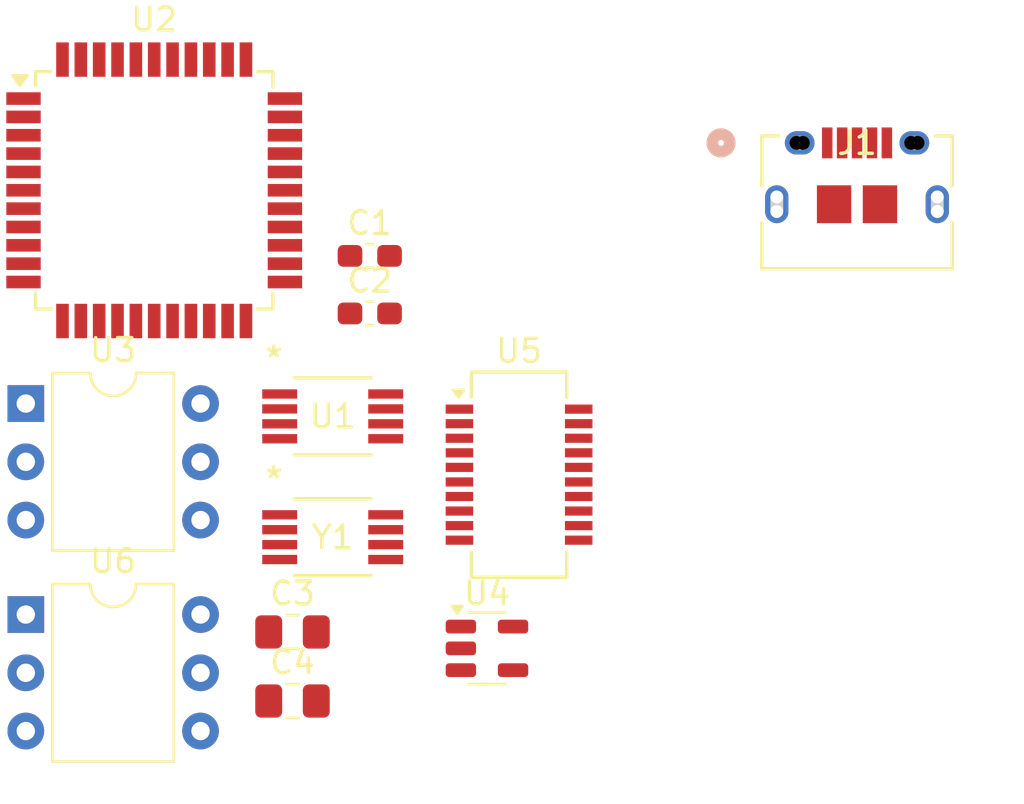
<source format=kicad_pcb>
(kicad_pcb (version 20240225) (generator "pcbnew") (generator_version "8.99")
  (layers (0 "F.Cu" signal) (31 "B.Cu" signal) (34 "B.Paste" user) (35 "F.Paste" user) (36 "B.SilkS" user "B.Silkscreen") (37 "F.SilkS" user "F.Silkscreen") (38 "B.Mask" user) (39 "F.Mask" user) (44 "Edge.Cuts" user))
  (net 0 "")
  (net 1 "Net-(U4-EN)")
  (net 2 "GND")
  (net 3 "Net-(U4-VOUT)")
  (net 4 "Net-(U2-XTAL1)")
  (net 5 "Net-(U2-XTAL2)")
  (net 15 "Net-(U2-PD2)")
  (net 33 "Net-(U2-PD3)")
  (net 37 "Net-(U2-PD4)")
  (net 38 "Net-(U2-PA1)")
  (net 39 "Net-(U2-VCC-Pad17)")
  (net 43 "Servo_PWM")
  (net 44 "Net-(U2-PB0)")
  (net 47 "Net-(BZ1-+)")
  (net 51 "Net-(R1-Pad1)")
  (footprint "Capacitor_SMD:C_0805_2012Metric_Pad1.18x1.45mm_HandSolder" (layer "F.Cu") (at 184.4825 98.735)
    (property "Reference" "C3" (at 0 -1.68 0) (layer "F.SilkS"))
    (property "Value" "22p")
    (fp_line (start -0.261252 -0.735) (end 0.261252 -0.735) (stroke (width 0.12)) (layer "F.SilkS"))
    (fp_line (start -0.261252 0.735) (end 0.261252 0.735) (stroke (width 0.12)) (layer "F.SilkS"))
    (pad "1" smd roundrect (at -1.0375 0) (size 1.175 1.45) (layers "F.Cu" "F.Paste" "F.Mask") (roundrect_rratio 0.212766) (net 4 "Net-(U2-XTAL1)"))
    (pad "2" smd roundrect (at 1.0375 0) (size 1.175 1.45) (layers "F.Cu" "F.Paste" "F.Mask") (roundrect_rratio 0.212766) (net 2 "GND"))
  )
  (footprint "Capacitor_SMD:C_0603_1608Metric_Pad1.08x0.95mm_HandSolder" (layer "F.Cu") (at 187.8525 82.335)
    (property "Reference" "C1" (at 0 -1.43 0) (layer "F.SilkS"))
    (property "Value" "1u")
    (fp_line (start -0.146267 -0.51) (end 0.146267 -0.51) (stroke (width 0.12)) (layer "F.SilkS"))
    (fp_line (start -0.146267 0.51) (end 0.146267 0.51) (stroke (width 0.12)) (layer "F.SilkS"))
    (pad "1" smd roundrect (at -0.8625 0) (size 1.075 0.95) (layers "F.Cu" "F.Paste" "F.Mask") (net 1 "Net-(U4-EN)"))
    (pad "2" smd roundrect (at 0.8625 0) (size 1.075 0.95) (layers "F.Cu" "F.Paste" "F.Mask") (net 2 "GND"))
  )
  (footprint "localparts:21-0041B_8_MXM-M" (layer "F.Cu") (at 186.2351 94.6008)
    (property "Reference" "Y1" (at 0 0 0) (layer "F.SilkS"))
    (property "Value" "Crystal")
    (fp_line (start -1.6764 1.6764) (end 1.6764 1.6764) (stroke (width 0.1524)) (layer "F.SilkS"))
    (fp_line (start 1.6764 -1.6764) (end -1.6764 -1.6764) (stroke (width 0.1524)) (layer "F.SilkS"))
    (fp_text user "*" (at -2.5654 -2.5244 0) (layer "F.SilkS"))
    (fp_text user "*" (at -2.5654 -2.5244 0) (layer "F.SilkS"))
    (pad "1" smd rect (at -2.3114 -0.974999) (size 1.524 0.4064) (layers "F.Cu" "F.Paste" "F.Mask") (net 4 "Net-(U2-XTAL1)"))
    (pad "2" smd rect (at -2.3114 -0.325001) (size 1.524 0.4064) (layers "F.Cu" "F.Paste" "F.Mask") (net 5 "Net-(U2-XTAL2)"))
    (pad "3" smd rect (at -2.3114 0.325001) (size 1.524 0.4064) (layers "F.Cu" "F.Paste" "F.Mask"))
    (pad "4" smd rect (at -2.3114 0.974999) (size 1.524 0.4064) (layers "F.Cu" "F.Paste" "F.Mask"))
    (pad "5" smd rect (at 2.3114 0.974999) (size 1.524 0.4064) (layers "F.Cu" "F.Paste" "F.Mask"))
    (pad "6" smd rect (at 2.3114 0.325001) (size 1.524 0.4064) (layers "F.Cu" "F.Paste" "F.Mask"))
    (pad "7" smd rect (at 2.3114 -0.325001) (size 1.524 0.4064) (layers "F.Cu" "F.Paste" "F.Mask"))
    (pad "8" smd rect (at 2.3114 -0.974999) (size 1.524 0.4064) (layers "F.Cu" "F.Paste" "F.Mask"))
  )
  (footprint "localparts:CONN_10118194-0001LF_AMP" (layer "F.Cu") (at 209.099999 80.001098)
    (property "Reference" "J1" (at 0 -2.593599 0) (layer "F.SilkS"))
    (property "Value" "10118194-0001LF")
    (fp_circle (center -5.9309 -2.593599) (end -5.5499 -2.593599) (stroke (width 0.508)) (fill none) (layer "B.SilkS"))
    (fp_line (start -4.1529 -2.895599) (end -4.1529 -0.72129) (stroke (width 0.1524)) (layer "F.SilkS"))
    (fp_line (start -4.1529 0.884094) (end -4.1529 2.8956) (stroke (width 0.1524)) (layer "F.SilkS"))
    (fp_line (start -4.1529 2.8956) (end 4.1529 2.8956) (stroke (width 0.1524)) (layer "F.SilkS"))
    (fp_line (start -3.423403 -2.895599) (end -4.1529 -2.895599) (stroke (width 0.1524)) (layer "F.SilkS"))
    (fp_line (start 4.1529 -2.895599) (end 3.423403 -2.895599) (stroke (width 0.1524)) (layer "F.SilkS"))
    (fp_line (start 4.1529 -0.72129) (end 4.1529 -2.895599) (stroke (width 0.1524)) (layer "F.SilkS"))
    (fp_line (start 4.1529 2.8956) (end 4.1529 0.884094) (stroke (width 0.1524)) (layer "F.SilkS"))
    (fp_circle (center -5.9309 -2.593599) (end -5.5499 -2.593599) (stroke (width 0.508)) (fill none) (layer "F.SilkS"))
    (fp_line (start -3.5 0.398902) (end -3.5 -0.236098) (stroke (width 0.5588)) (layer "Edge.Cuts"))
    (fp_line (start -2.6397 -2.593599) (end -2.3603 -2.593599) (stroke (width 0.6096)) (layer "Edge.Cuts"))
    (fp_line (start 2.3603 -2.593599) (end 2.6397 -2.593599) (stroke (width 0.6096)) (layer "Edge.Cuts"))
    (fp_line (start 3.500001 0.398902) (end 3.500001 -0.236098) (stroke (width 0.5588)) (layer "Edge.Cuts"))
    (pad "" np_thru_hole circle (at -3.5 -0.236098) (size 0.5588 0.5588) (drill 0.5588) (layers "*.Cu" "*.Mask"))
    (pad "" np_thru_hole circle (at -3.5 0.398902) (size 0.5588 0.5588) (drill 0.5588) (layers "*.Cu" "*.Mask"))
    (pad "" np_thru_hole circle (at -2.6397 -2.593599) (size 0.6096 0.6096) (drill 0.6096) (layers))
    (pad "" np_thru_hole circle (at -2.3603 -2.593599) (size 0.6096 0.6096) (drill 0.6096) (layers))
    (pad "" np_thru_hole circle (at 2.3603 -2.593599) (size 0.6096 0.6096) (drill 0.6096) (layers))
    (pad "" np_thru_hole circle (at 2.6397 -2.593599) (size 0.6096 0.6096) (drill 0.6096) (layers))
    (pad "" np_thru_hole circle (at 3.500001 -0.236098) (size 0.5588 0.5588) (drill 0.5588) (layers "*.Cu" "*.Mask"))
    (pad "" np_thru_hole circle (at 3.500001 0.398902) (size 0.5588 0.5588) (drill 0.5588) (layers "*.Cu" "*.Mask"))
    (pad "1" smd rect (at -1.3 -2.593599) (size 0.4572 1.3462) (layers "F.Cu" "F.Paste" "F.Mask"))
    (pad "2" smd rect (at -0.649999 -2.593599) (size 0.4572 1.3462) (layers "F.Cu" "F.Paste" "F.Mask"))
    (pad "3" smd rect (at 0 -2.593599) (size 0.4572 1.3462) (layers "F.Cu" "F.Paste" "F.Mask"))
    (pad "4" smd rect (at 0.649999 -2.593599) (size 0.4572 1.3462) (layers "F.Cu" "F.Paste" "F.Mask"))
    (pad "5" smd rect (at 1.3 -2.593599) (size 0.4572 1.3462) (layers "F.Cu" "F.Paste" "F.Mask"))
    (pad "10" smd rect (at -1.000001 0.081402) (size 1.4986 1.651) (layers "F.Cu" "F.Paste" "F.Mask"))
    (pad "11" smd rect (at 1.000001 0.081402) (size 1.4986 1.651) (layers "F.Cu" "F.Paste" "F.Mask"))
    (pad "S_1" thru_hole oval (at -3.5 0.081402 90) (size 1.651 1.016) (drill 0.0254) (layers "*.Cu" "*.Mask"))
    (pad "S_2" thru_hole oval (at 3.500001 0.081402 90) (size 1.651 1.016) (drill 0.0254) (layers "*.Cu" "*.Mask"))
    (pad "S_3" thru_hole oval (at -2.5 -2.593599) (size 1.2954 1.016) (drill 0.0254) (layers "*.Cu" "*.Mask"))
    (pad "S_4" thru_hole oval (at 2.5 -2.593599) (size 1.2954 1.016) (drill 0.0254) (layers "*.Cu" "*.Mask"))
  )
  (footprint "Capacitor_SMD:C_0603_1608Metric_Pad1.08x0.95mm_HandSolder" (layer "F.Cu") (at 187.8525 84.845)
    (property "Reference" "C2" (at 0 -1.43 0) (layer "F.SilkS"))
    (property "Value" "1u")
    (fp_line (start -0.146267 -0.51) (end 0.146267 -0.51) (stroke (width 0.12)) (layer "F.SilkS"))
    (fp_line (start -0.146267 0.51) (end 0.146267 0.51) (stroke (width 0.12)) (layer "F.SilkS"))
    (pad "1" smd roundrect (at -0.8625 0) (size 1.075 0.95) (layers "F.Cu" "F.Paste" "F.Mask") (net 3 "Net-(U4-VOUT)"))
    (pad "2" smd roundrect (at 0.8625 0) (size 1.075 0.95) (layers "F.Cu" "F.Paste" "F.Mask") (net 2 "GND"))
  )
  (footprint "Package_TO_SOT_SMD:SOT-23-5" (layer "F.Cu") (at 192.9625 99.45)
    (property "Reference" "U4" (at 0 -2.4 0) (layer "F.SilkS"))
    (property "Value" "MIC5317-3.3xM5")
    (fp_line (start 0 -1.56) (end -0.8 -1.56) (stroke (width 0.12)) (layer "F.SilkS"))
    (fp_line (start 0 -1.56) (end 0.8 -1.56) (stroke (width 0.12)) (layer "F.SilkS"))
    (fp_line (start 0 1.56) (end -0.8 1.56) (stroke (width 0.12)) (layer "F.SilkS"))
    (fp_line (start 0 1.56) (end 0.8 1.56) (stroke (width 0.12)) (layer "F.SilkS"))
    (fp_poly (pts (xy -1.3 -1.51) (xy -1.54 -1.84) (xy -1.06 -1.84) (xy -1.3 -1.51)) (stroke (width 0.12)) (fill solid) (layer "F.SilkS"))
    (pad "1" smd roundrect (at -1.1375 -0.95) (size 1.325 0.6) (layers "F.Cu" "F.Paste" "F.Mask") (net 1 "Net-(U4-EN)"))
    (pad "2" smd roundrect (at -1.1375 0) (size 1.325 0.6) (layers "F.Cu" "F.Paste" "F.Mask") (net 2 "GND"))
    (pad "3" smd roundrect (at -1.1375 0.95) (size 1.325 0.6) (layers "F.Cu" "F.Paste" "F.Mask") (net 1 "Net-(U4-EN)"))
    (pad "4" smd roundrect (at 1.1375 0.95) (size 1.325 0.6) (layers "F.Cu" "F.Paste" "F.Mask"))
    (pad "5" smd roundrect (at 1.1375 -0.95) (size 1.325 0.6) (layers "F.Cu" "F.Paste" "F.Mask") (net 3 "Net-(U4-VOUT)"))
  )
  (footprint "Package_QFP:TQFP-44_10x10mm_P0.8mm" (layer "F.Cu") (at 178.4525 79.475)
    (property "Reference" "U2" (at 0 -7.45 0) (layer "F.SilkS"))
    (property "Value" "ATmega644PA-A")
    (fp_line (start -5.175 -5.175) (end -5.175 -4.56) (stroke (width 0.15)) (layer "F.SilkS"))
    (fp_line (start -5.175 -5.175) (end -4.5 -5.175) (stroke (width 0.15)) (layer "F.SilkS"))
    (fp_line (start -5.175 5.175) (end -5.175 4.5) (stroke (width 0.15)) (layer "F.SilkS"))
    (fp_line (start -5.175 5.175) (end -4.5 5.175) (stroke (width 0.15)) (layer "F.SilkS"))
    (fp_line (start 5.175 -5.175) (end 4.5 -5.175) (stroke (width 0.15)) (layer "F.SilkS"))
    (fp_line (start 5.175 -5.175) (end 5.175 -4.5) (stroke (width 0.15)) (layer "F.SilkS"))
    (fp_line (start 5.175 5.175) (end 4.5 5.175) (stroke (width 0.15)) (layer "F.SilkS"))
    (fp_line (start 5.175 5.175) (end 5.175 4.5) (stroke (width 0.15)) (layer "F.SilkS"))
    (fp_poly (pts (xy -5.86 -4.54) (xy -6.2 -5.01) (xy -5.52 -5.01) (xy -5.86 -4.54)) (stroke (width 0.12)) (fill solid) (layer "F.SilkS"))
    (pad "1" smd rect (at -5.7 -4) (size 1.5 0.55) (layers "F.Cu" "F.Paste" "F.Mask"))
    (pad "2" smd rect (at -5.7 -3.2) (size 1.5 0.55) (layers "F.Cu" "F.Paste" "F.Mask"))
    (pad "3" smd rect (at -5.7 -2.4) (size 1.5 0.55) (layers "F.Cu" "F.Paste" "F.Mask"))
    (pad "4" smd rect (at -5.7 -1.6) (size 1.5 0.55) (layers "F.Cu" "F.Paste" "F.Mask"))
    (pad "5" smd rect (at -5.7 -0.8) (size 1.5 0.55) (layers "F.Cu" "F.Paste" "F.Mask") (net 39 "Net-(U2-VCC-Pad17)"))
    (pad "6" smd rect (at -5.7 0) (size 1.5 0.55) (layers "F.Cu" "F.Paste" "F.Mask") (net 2 "GND"))
    (pad "7" smd rect (at -5.7 0.8) (size 1.5 0.55) (layers "F.Cu" "F.Paste" "F.Mask") (net 5 "Net-(U2-XTAL2)"))
    (pad "8" smd rect (at -5.7 1.6) (size 1.5 0.55) (layers "F.Cu" "F.Paste" "F.Mask") (net 4 "Net-(U2-XTAL1)"))
    (pad "9" smd rect (at -5.7 2.4) (size 1.5 0.55) (layers "F.Cu" "F.Paste" "F.Mask"))
    (pad "10" smd rect (at -5.7 3.2) (size 1.5 0.55) (layers "F.Cu" "F.Paste" "F.Mask"))
    (pad "11" smd rect (at -5.7 4) (size 1.5 0.55) (layers "F.Cu" "F.Paste" "F.Mask") (net 15 "Net-(U2-PD2)"))
    (pad "12" smd rect (at -4 5.7 90) (size 1.5 0.55) (layers "F.Cu" "F.Paste" "F.Mask") (net 33 "Net-(U2-PD3)"))
    (pad "13" smd rect (at -3.2 5.7 90) (size 1.5 0.55) (layers "F.Cu" "F.Paste" "F.Mask") (net 37 "Net-(U2-PD4)"))
    (pad "14" smd rect (at -2.4 5.7 90) (size 1.5 0.55) (layers "F.Cu" "F.Paste" "F.Mask") (net 47 "Net-(BZ1-+)"))
    (pad "15" smd rect (at -1.6 5.7 90) (size 1.5 0.55) (layers "F.Cu" "F.Paste" "F.Mask"))
    (pad "16" smd rect (at -0.8 5.7 90) (size 1.5 0.55) (layers "F.Cu" "F.Paste" "F.Mask"))
    (pad "17" smd rect (at 0 5.7 90) (size 1.5 0.55) (layers "F.Cu" "F.Paste" "F.Mask") (net 39 "Net-(U2-VCC-Pad17)"))
    (pad "18" smd rect (at 0.8 5.7 90) (size 1.5 0.55) (layers "F.Cu" "F.Paste" "F.Mask") (net 2 "GND"))
    (pad "19" smd rect (at 1.6 5.7 90) (size 1.5 0.55) (layers "F.Cu" "F.Paste" "F.Mask"))
    (pad "20" smd rect (at 2.4 5.7 90) (size 1.5 0.55) (layers "F.Cu" "F.Paste" "F.Mask"))
    (pad "21" smd rect (at 3.2 5.7 90) (size 1.5 0.55) (layers "F.Cu" "F.Paste" "F.Mask"))
    (pad "22" smd rect (at 4 5.7 90) (size 1.5 0.55) (layers "F.Cu" "F.Paste" "F.Mask"))
    (pad "23" smd rect (at 5.7 4) (size 1.5 0.55) (layers "F.Cu" "F.Paste" "F.Mask"))
    (pad "24" smd rect (at 5.7 3.2) (size 1.5 0.55) (layers "F.Cu" "F.Paste" "F.Mask"))
    (pad "25" smd rect (at 5.7 2.4) (size 1.5 0.55) (layers "F.Cu" "F.Paste" "F.Mask"))
    (pad "26" smd rect (at 5.7 1.6) (size 1.5 0.55) (layers "F.Cu" "F.Paste" "F.Mask"))
    (pad "27" smd rect (at 5.7 0.8) (size 1.5 0.55) (layers "F.Cu" "F.Paste" "F.Mask"))
    (pad "28" smd rect (at 5.7 0) (size 1.5 0.55) (layers "F.Cu" "F.Paste" "F.Mask") (net 2 "GND"))
    (pad "29" smd rect (at 5.7 -0.8) (size 1.5 0.55) (layers "F.Cu" "F.Paste" "F.Mask"))
    (pad "30" smd rect (at 5.7 -1.6) (size 1.5 0.55) (layers "F.Cu" "F.Paste" "F.Mask"))
    (pad "31" smd rect (at 5.7 -2.4) (size 1.5 0.55) (layers "F.Cu" "F.Paste" "F.Mask"))
    (pad "32" smd rect (at 5.7 -3.2) (size 1.5 0.55) (layers "F.Cu" "F.Paste" "F.Mask"))
    (pad "33" smd rect (at 5.7 -4) (size 1.5 0.55) (layers "F.Cu" "F.Paste" "F.Mask"))
    (pad "34" smd rect (at 4 -5.7 90) (size 1.5 0.55) (layers "F.Cu" "F.Paste" "F.Mask"))
    (pad "35" smd rect (at 3.2 -5.7 90) (size 1.5 0.55) (layers "F.Cu" "F.Paste" "F.Mask"))
    (pad "36" smd rect (at 2.4 -5.7 90) (size 1.5 0.55) (layers "F.Cu" "F.Paste" "F.Mask") (net 38 "Net-(U2-PA1)"))
    (pad "37" smd rect (at 1.6 -5.7 90) (size 1.5 0.55) (layers "F.Cu" "F.Paste" "F.Mask") (net 43 "Servo_PWM"))
    (pad "38" smd rect (at 0.8 -5.7 90) (size 1.5 0.55) (layers "F.Cu" "F.Paste" "F.Mask") (net 39 "Net-(U2-VCC-Pad17)"))
    (pad "39" smd rect (at 0 -5.7 90) (size 1.5 0.55) (layers "F.Cu" "F.Paste" "F.Mask") (net 2 "GND"))
    (pad "40" smd rect (at -0.8 -5.7 90) (size 1.5 0.55) (layers "F.Cu" "F.Paste" "F.Mask") (net 44 "Net-(U2-PB0)"))
    (pad "41" smd rect (at -1.6 -5.7 90) (size 1.5 0.55) (layers "F.Cu" "F.Paste" "F.Mask"))
    (pad "42" smd rect (at -2.4 -5.7 90) (size 1.5 0.55) (layers "F.Cu" "F.Paste" "F.Mask"))
    (pad "43" smd rect (at -3.2 -5.7 90) (size 1.5 0.55) (layers "F.Cu" "F.Paste" "F.Mask"))
    (pad "44" smd rect (at -4 -5.7 90) (size 1.5 0.55) (layers "F.Cu" "F.Paste" "F.Mask"))
  )
  (footprint "Package_DIP:DIP-6_W7.62mm" (layer "F.Cu") (at 172.8525 97.975)
    (property "Reference" "U6" (at 3.81 -2.33 0) (layer "F.SilkS"))
    (property "Value" "4N35")
    (fp_line (start 1.16 -1.33) (end 1.16 6.41) (stroke (width 0.12)) (layer "F.SilkS"))
    (fp_line (start 1.16 6.41) (end 6.46 6.41) (stroke (width 0.12)) (layer "F.SilkS"))
    (fp_line (start 2.81 -1.33) (end 1.16 -1.33) (stroke (width 0.12)) (layer "F.SilkS"))
    (fp_line (start 6.46 -1.33) (end 4.81 -1.33) (stroke (width 0.12)) (layer "F.SilkS"))
    (fp_line (start 6.46 6.41) (end 6.46 -1.33) (stroke (width 0.12)) (layer "F.SilkS"))
    (fp_arc (start 4.81 -1.33) (mid 3.81 -0.33) (end 2.81 -1.33) (stroke (width 0.12)) (layer "F.SilkS"))
    (pad "1" thru_hole rect (at 0 0) (size 1.6 1.6) (drill 0.8) (layers "*.Cu" "*.Mask"))
    (pad "2" thru_hole oval (at 0 2.54) (size 1.6 1.6) (drill 0.8) (layers "*.Cu" "*.Mask"))
    (pad "3" thru_hole oval (at 0 5.08) (size 1.6 1.6) (drill 0.8) (layers "*.Cu" "*.Mask"))
    (pad "4" thru_hole oval (at 7.62 5.08) (size 1.6 1.6) (drill 0.8) (layers "*.Cu" "*.Mask"))
    (pad "5" thru_hole oval (at 7.62 2.54) (size 1.6 1.6) (drill 0.8) (layers "*.Cu" "*.Mask"))
    (pad "6" thru_hole oval (at 7.62 0) (size 1.6 1.6) (drill 0.8) (layers "*.Cu" "*.Mask"))
  )
  (footprint "Package_SO:SSOP-20_3.9x8.7mm_P0.635mm" (layer "F.Cu") (at 194.3625 91.875)
    (property "Reference" "U5" (at 0 -5.4 0) (layer "F.SilkS"))
    (property "Value" "FT231XS")
    (fp_line (start -2.075 -4.475) (end 2.075 -4.475) (stroke (width 0.15)) (layer "F.SilkS"))
    (fp_line (start -2.075 -3.365) (end -2.075 -4.475) (stroke (width 0.15)) (layer "F.SilkS"))
    (fp_line (start -2.075 4.475) (end -2.075 3.365) (stroke (width 0.15)) (layer "F.SilkS"))
    (fp_line (start -2.075 4.475) (end 2.075 4.475) (stroke (width 0.15)) (layer "F.SilkS"))
    (fp_line (start 2.075 -4.475) (end 2.075 -3.365) (stroke (width 0.15)) (layer "F.SilkS"))
    (fp_line (start 2.075 4.475) (end 2.075 3.365) (stroke (width 0.15)) (layer "F.SilkS"))
    (fp_poly (pts (xy -2.6375 -3.365) (xy -2.8775 -3.695) (xy -2.3975 -3.695) (xy -2.6375 -3.365)) (stroke (width 0.12)) (fill solid) (layer "F.SilkS"))
    (pad "1" smd rect (at -2.6 -2.8575) (size 1.2 0.4) (layers "F.Cu" "F.Paste" "F.Mask"))
    (pad "2" smd rect (at -2.6 -2.2225) (size 1.2 0.4) (layers "F.Cu" "F.Paste" "F.Mask"))
    (pad "3" smd rect (at -2.6 -1.5875) (size 1.2 0.4) (layers "F.Cu" "F.Paste" "F.Mask"))
    (pad "4" smd rect (at -2.6 -0.9525) (size 1.2 0.4) (layers "F.Cu" "F.Paste" "F.Mask"))
    (pad "5" smd rect (at -2.6 -0.3175) (size 1.2 0.4) (layers "F.Cu" "F.Paste" "F.Mask"))
    (pad "6" smd rect (at -2.6 0.3175) (size 1.2 0.4) (layers "F.Cu" "F.Paste" "F.Mask"))
    (pad "7" smd rect (at -2.6 0.9525) (size 1.2 0.4) (layers "F.Cu" "F.Paste" "F.Mask"))
    (pad "8" smd rect (at -2.6 1.5875) (size 1.2 0.4) (layers "F.Cu" "F.Paste" "F.Mask"))
    (pad "9" smd rect (at -2.6 2.2225) (size 1.2 0.4) (layers "F.Cu" "F.Paste" "F.Mask"))
    (pad "10" smd rect (at -2.6 2.8575) (size 1.2 0.4) (layers "F.Cu" "F.Paste" "F.Mask"))
    (pad "11" smd rect (at 2.6 2.8575) (size 1.2 0.4) (layers "F.Cu" "F.Paste" "F.Mask"))
    (pad "12" smd rect (at 2.6 2.2225) (size 1.2 0.4) (layers "F.Cu" "F.Paste" "F.Mask"))
    (pad "13" smd rect (at 2.6 1.5875) (size 1.2 0.4) (layers "F.Cu" "F.Paste" "F.Mask"))
    (pad "14" smd rect (at 2.6 0.9525) (size 1.2 0.4) (layers "F.Cu" "F.Paste" "F.Mask"))
    (pad "15" smd rect (at 2.6 0.3175) (size 1.2 0.4) (layers "F.Cu" "F.Paste" "F.Mask"))
    (pad "16" smd rect (at 2.6 -0.3175) (size 1.2 0.4) (layers "F.Cu" "F.Paste" "F.Mask"))
    (pad "17" smd rect (at 2.6 -0.9525) (size 1.2 0.4) (layers "F.Cu" "F.Paste" "F.Mask"))
    (pad "18" smd rect (at 2.6 -1.5875) (size 1.2 0.4) (layers "F.Cu" "F.Paste" "F.Mask"))
    (pad "19" smd rect (at 2.6 -2.2225) (size 1.2 0.4) (layers "F.Cu" "F.Paste" "F.Mask"))
    (pad "20" smd rect (at 2.6 -2.8575) (size 1.2 0.4) (layers "F.Cu" "F.Paste" "F.Mask"))
  )
  (footprint "Capacitor_SMD:C_0805_2012Metric_Pad1.18x1.45mm_HandSolder" (layer "F.Cu") (at 184.4825 101.745)
    (property "Reference" "C4" (at 0 -1.68 0) (layer "F.SilkS"))
    (property "Value" "22p")
    (fp_line (start -0.261252 -0.735) (end 0.261252 -0.735) (stroke (width 0.12)) (layer "F.SilkS"))
    (fp_line (start -0.261252 0.735) (end 0.261252 0.735) (stroke (width 0.12)) (layer "F.SilkS"))
    (pad "1" smd roundrect (at -1.0375 0) (size 1.175 1.45) (layers "F.Cu" "F.Paste" "F.Mask") (roundrect_rratio 0.212766) (net 5 "Net-(U2-XTAL2)"))
    (pad "2" smd roundrect (at 1.0375 0) (size 1.175 1.45) (layers "F.Cu" "F.Paste" "F.Mask") (roundrect_rratio 0.212766) (net 2 "GND"))
  )
  (footprint "localparts:21-0041B_8_MXM-M" (layer "F.Cu") (at 186.2351 89.3336)
    (property "Reference" "U1" (at 0 0 0) (layer "F.SilkS"))
    (property "Value" "MAX6675ISA+")
    (fp_line (start -1.6764 1.6764) (end 1.6764 1.6764) (stroke (width 0.1524)) (layer "F.SilkS"))
    (fp_line (start 1.6764 -1.6764) (end -1.6764 -1.6764) (stroke (width 0.1524)) (layer "F.SilkS"))
    (fp_text user "*" (at -2.5654 -2.5244 0) (layer "F.SilkS"))
    (fp_text user "*" (at -2.5654 -2.5244 0) (layer "F.SilkS"))
    (pad "1" smd rect (at -2.3114 -0.974999) (size 1.524 0.4064) (layers "F.Cu" "F.Paste" "F.Mask"))
    (pad "2" smd rect (at -2.3114 -0.325001) (size 1.524 0.4064) (layers "F.Cu" "F.Paste" "F.Mask"))
    (pad "3" smd rect (at -2.3114 0.325001) (size 1.524 0.4064) (layers "F.Cu" "F.Paste" "F.Mask"))
    (pad "4" smd rect (at -2.3114 0.974999) (size 1.524 0.4064) (layers "F.Cu" "F.Paste" "F.Mask"))
    (pad "5" smd rect (at 2.3114 0.974999) (size 1.524 0.4064) (layers "F.Cu" "F.Paste" "F.Mask"))
    (pad "6" smd rect (at 2.3114 0.325001) (size 1.524 0.4064) (layers "F.Cu" "F.Paste" "F.Mask"))
    (pad "7" smd rect (at 2.3114 -0.325001) (size 1.524 0.4064) (layers "F.Cu" "F.Paste" "F.Mask"))
    (pad "8" smd rect (at 2.3114 -0.974999) (size 1.524 0.4064) (layers "F.Cu" "F.Paste" "F.Mask"))
  )
  (footprint "Package_DIP:DIP-6_W7.62mm" (layer "F.Cu") (at 172.8525 88.775)
    (property "Reference" "U3" (at 3.81 -2.33 0) (layer "F.SilkS"))
    (property "Value" "4N35")
    (fp_line (start 1.16 -1.33) (end 1.16 6.41) (stroke (width 0.12)) (layer "F.SilkS"))
    (fp_line (start 1.16 6.41) (end 6.46 6.41) (stroke (width 0.12)) (layer "F.SilkS"))
    (fp_line (start 2.81 -1.33) (end 1.16 -1.33) (stroke (width 0.12)) (layer "F.SilkS"))
    (fp_line (start 6.46 -1.33) (end 4.81 -1.33) (stroke (width 0.12)) (layer "F.SilkS"))
    (fp_line (start 6.46 6.41) (end 6.46 -1.33) (stroke (width 0.12)) (layer "F.SilkS"))
    (fp_arc (start 4.81 -1.33) (mid 3.81 -0.33) (end 2.81 -1.33) (stroke (width 0.12)) (layer "F.SilkS"))
    (pad "1" thru_hole rect (at 0 0) (size 1.6 1.6) (drill 0.8) (layers "*.Cu" "*.Mask") (net 51 "Net-(R1-Pad1)"))
    (pad "2" thru_hole oval (at 0 2.54) (size 1.6 1.6) (drill 0.8) (layers "*.Cu" "*.Mask") (net 2 "GND"))
    (pad "3" thru_hole oval (at 0 5.08) (size 1.6 1.6) (drill 0.8) (layers "*.Cu" "*.Mask"))
    (pad "4" thru_hole oval (at 7.62 5.08) (size 1.6 1.6) (drill 0.8) (layers "*.Cu" "*.Mask"))
    (pad "5" thru_hole oval (at 7.62 2.54) (size 1.6 1.6) (drill 0.8) (layers "*.Cu" "*.Mask"))
    (pad "6" thru_hole oval (at 7.62 0) (size 1.6 1.6) (drill 0.8) (layers "*.Cu" "*.Mask"))
  )
)
</source>
